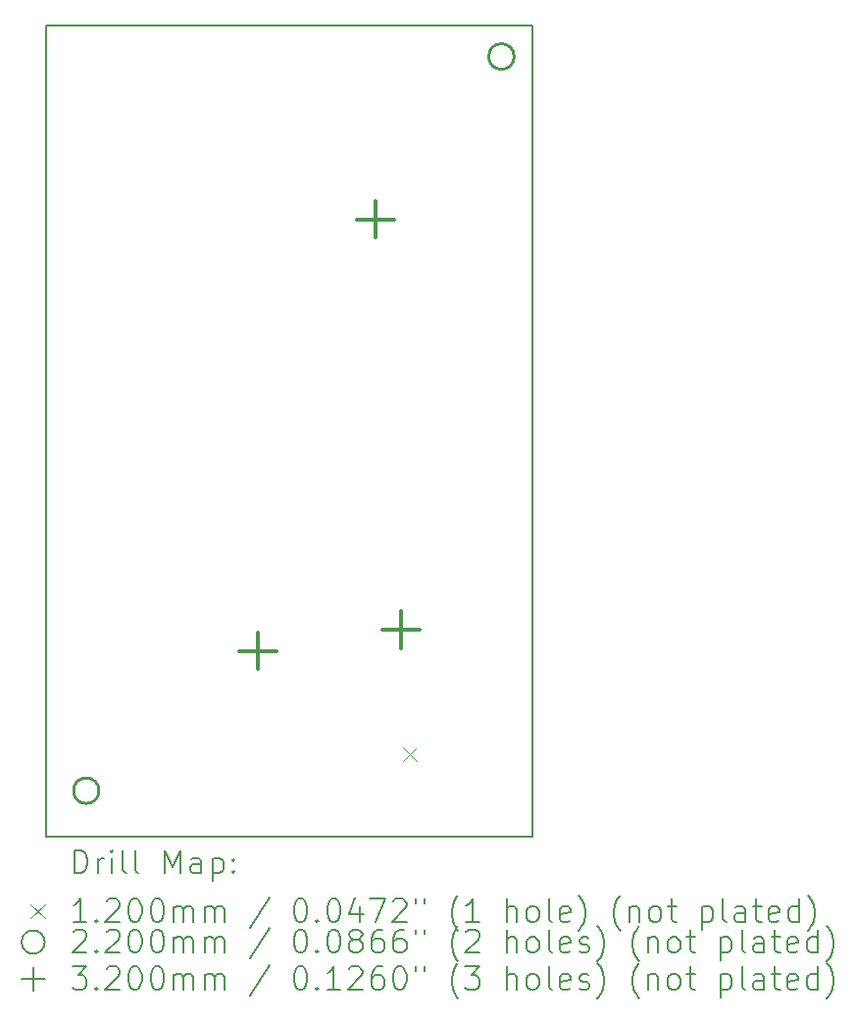
<source format=gbr>
%TF.GenerationSoftware,KiCad,Pcbnew,(6.0.9)*%
%TF.CreationDate,2023-02-20T20:31:01+03:00*%
%TF.ProjectId,ESP32_APRS,45535033-325f-4415-9052-532e6b696361,rev?*%
%TF.SameCoordinates,Original*%
%TF.FileFunction,Drillmap*%
%TF.FilePolarity,Positive*%
%FSLAX45Y45*%
G04 Gerber Fmt 4.5, Leading zero omitted, Abs format (unit mm)*
G04 Created by KiCad (PCBNEW (6.0.9)) date 2023-02-20 20:31:01*
%MOMM*%
%LPD*%
G01*
G04 APERTURE LIST*
%ADD10C,0.200000*%
%ADD11C,0.120000*%
%ADD12C,0.220000*%
%ADD13C,0.320000*%
G04 APERTURE END LIST*
D10*
X12000000Y-12500000D02*
X12000000Y-5500000D01*
X12000000Y-5500000D02*
X16200000Y-5500000D01*
X12000000Y-12500000D02*
X16200000Y-12500000D01*
X16205200Y-5500000D02*
X16200000Y-12500000D01*
D11*
X15085000Y-11733500D02*
X15205000Y-11853500D01*
X15205000Y-11733500D02*
X15085000Y-11853500D01*
D12*
X12459000Y-12108000D02*
G75*
G03*
X12459000Y-12108000I-110000J0D01*
G01*
X16044000Y-5770000D02*
G75*
G03*
X16044000Y-5770000I-110000J0D01*
G01*
D13*
X13828000Y-10740000D02*
X13828000Y-11060000D01*
X13668000Y-10900000D02*
X13988000Y-10900000D01*
X14846000Y-7015000D02*
X14846000Y-7335000D01*
X14686000Y-7175000D02*
X15006000Y-7175000D01*
X15067000Y-10561000D02*
X15067000Y-10881000D01*
X14907000Y-10721000D02*
X15227000Y-10721000D01*
D10*
X12247619Y-12820476D02*
X12247619Y-12620476D01*
X12295238Y-12620476D01*
X12323809Y-12630000D01*
X12342857Y-12649048D01*
X12352381Y-12668095D01*
X12361905Y-12706190D01*
X12361905Y-12734762D01*
X12352381Y-12772857D01*
X12342857Y-12791905D01*
X12323809Y-12810952D01*
X12295238Y-12820476D01*
X12247619Y-12820476D01*
X12447619Y-12820476D02*
X12447619Y-12687143D01*
X12447619Y-12725238D02*
X12457143Y-12706190D01*
X12466667Y-12696667D01*
X12485714Y-12687143D01*
X12504762Y-12687143D01*
X12571428Y-12820476D02*
X12571428Y-12687143D01*
X12571428Y-12620476D02*
X12561905Y-12630000D01*
X12571428Y-12639524D01*
X12580952Y-12630000D01*
X12571428Y-12620476D01*
X12571428Y-12639524D01*
X12695238Y-12820476D02*
X12676190Y-12810952D01*
X12666667Y-12791905D01*
X12666667Y-12620476D01*
X12800000Y-12820476D02*
X12780952Y-12810952D01*
X12771428Y-12791905D01*
X12771428Y-12620476D01*
X13028571Y-12820476D02*
X13028571Y-12620476D01*
X13095238Y-12763333D01*
X13161905Y-12620476D01*
X13161905Y-12820476D01*
X13342857Y-12820476D02*
X13342857Y-12715714D01*
X13333333Y-12696667D01*
X13314286Y-12687143D01*
X13276190Y-12687143D01*
X13257143Y-12696667D01*
X13342857Y-12810952D02*
X13323809Y-12820476D01*
X13276190Y-12820476D01*
X13257143Y-12810952D01*
X13247619Y-12791905D01*
X13247619Y-12772857D01*
X13257143Y-12753809D01*
X13276190Y-12744286D01*
X13323809Y-12744286D01*
X13342857Y-12734762D01*
X13438095Y-12687143D02*
X13438095Y-12887143D01*
X13438095Y-12696667D02*
X13457143Y-12687143D01*
X13495238Y-12687143D01*
X13514286Y-12696667D01*
X13523809Y-12706190D01*
X13533333Y-12725238D01*
X13533333Y-12782381D01*
X13523809Y-12801428D01*
X13514286Y-12810952D01*
X13495238Y-12820476D01*
X13457143Y-12820476D01*
X13438095Y-12810952D01*
X13619048Y-12801428D02*
X13628571Y-12810952D01*
X13619048Y-12820476D01*
X13609524Y-12810952D01*
X13619048Y-12801428D01*
X13619048Y-12820476D01*
X13619048Y-12696667D02*
X13628571Y-12706190D01*
X13619048Y-12715714D01*
X13609524Y-12706190D01*
X13619048Y-12696667D01*
X13619048Y-12715714D01*
D11*
X11870000Y-13090000D02*
X11990000Y-13210000D01*
X11990000Y-13090000D02*
X11870000Y-13210000D01*
D10*
X12352381Y-13240476D02*
X12238095Y-13240476D01*
X12295238Y-13240476D02*
X12295238Y-13040476D01*
X12276190Y-13069048D01*
X12257143Y-13088095D01*
X12238095Y-13097619D01*
X12438095Y-13221428D02*
X12447619Y-13230952D01*
X12438095Y-13240476D01*
X12428571Y-13230952D01*
X12438095Y-13221428D01*
X12438095Y-13240476D01*
X12523809Y-13059524D02*
X12533333Y-13050000D01*
X12552381Y-13040476D01*
X12600000Y-13040476D01*
X12619048Y-13050000D01*
X12628571Y-13059524D01*
X12638095Y-13078571D01*
X12638095Y-13097619D01*
X12628571Y-13126190D01*
X12514286Y-13240476D01*
X12638095Y-13240476D01*
X12761905Y-13040476D02*
X12780952Y-13040476D01*
X12800000Y-13050000D01*
X12809524Y-13059524D01*
X12819048Y-13078571D01*
X12828571Y-13116667D01*
X12828571Y-13164286D01*
X12819048Y-13202381D01*
X12809524Y-13221428D01*
X12800000Y-13230952D01*
X12780952Y-13240476D01*
X12761905Y-13240476D01*
X12742857Y-13230952D01*
X12733333Y-13221428D01*
X12723809Y-13202381D01*
X12714286Y-13164286D01*
X12714286Y-13116667D01*
X12723809Y-13078571D01*
X12733333Y-13059524D01*
X12742857Y-13050000D01*
X12761905Y-13040476D01*
X12952381Y-13040476D02*
X12971428Y-13040476D01*
X12990476Y-13050000D01*
X13000000Y-13059524D01*
X13009524Y-13078571D01*
X13019048Y-13116667D01*
X13019048Y-13164286D01*
X13009524Y-13202381D01*
X13000000Y-13221428D01*
X12990476Y-13230952D01*
X12971428Y-13240476D01*
X12952381Y-13240476D01*
X12933333Y-13230952D01*
X12923809Y-13221428D01*
X12914286Y-13202381D01*
X12904762Y-13164286D01*
X12904762Y-13116667D01*
X12914286Y-13078571D01*
X12923809Y-13059524D01*
X12933333Y-13050000D01*
X12952381Y-13040476D01*
X13104762Y-13240476D02*
X13104762Y-13107143D01*
X13104762Y-13126190D02*
X13114286Y-13116667D01*
X13133333Y-13107143D01*
X13161905Y-13107143D01*
X13180952Y-13116667D01*
X13190476Y-13135714D01*
X13190476Y-13240476D01*
X13190476Y-13135714D02*
X13200000Y-13116667D01*
X13219048Y-13107143D01*
X13247619Y-13107143D01*
X13266667Y-13116667D01*
X13276190Y-13135714D01*
X13276190Y-13240476D01*
X13371428Y-13240476D02*
X13371428Y-13107143D01*
X13371428Y-13126190D02*
X13380952Y-13116667D01*
X13400000Y-13107143D01*
X13428571Y-13107143D01*
X13447619Y-13116667D01*
X13457143Y-13135714D01*
X13457143Y-13240476D01*
X13457143Y-13135714D02*
X13466667Y-13116667D01*
X13485714Y-13107143D01*
X13514286Y-13107143D01*
X13533333Y-13116667D01*
X13542857Y-13135714D01*
X13542857Y-13240476D01*
X13933333Y-13030952D02*
X13761905Y-13288095D01*
X14190476Y-13040476D02*
X14209524Y-13040476D01*
X14228571Y-13050000D01*
X14238095Y-13059524D01*
X14247619Y-13078571D01*
X14257143Y-13116667D01*
X14257143Y-13164286D01*
X14247619Y-13202381D01*
X14238095Y-13221428D01*
X14228571Y-13230952D01*
X14209524Y-13240476D01*
X14190476Y-13240476D01*
X14171428Y-13230952D01*
X14161905Y-13221428D01*
X14152381Y-13202381D01*
X14142857Y-13164286D01*
X14142857Y-13116667D01*
X14152381Y-13078571D01*
X14161905Y-13059524D01*
X14171428Y-13050000D01*
X14190476Y-13040476D01*
X14342857Y-13221428D02*
X14352381Y-13230952D01*
X14342857Y-13240476D01*
X14333333Y-13230952D01*
X14342857Y-13221428D01*
X14342857Y-13240476D01*
X14476190Y-13040476D02*
X14495238Y-13040476D01*
X14514286Y-13050000D01*
X14523809Y-13059524D01*
X14533333Y-13078571D01*
X14542857Y-13116667D01*
X14542857Y-13164286D01*
X14533333Y-13202381D01*
X14523809Y-13221428D01*
X14514286Y-13230952D01*
X14495238Y-13240476D01*
X14476190Y-13240476D01*
X14457143Y-13230952D01*
X14447619Y-13221428D01*
X14438095Y-13202381D01*
X14428571Y-13164286D01*
X14428571Y-13116667D01*
X14438095Y-13078571D01*
X14447619Y-13059524D01*
X14457143Y-13050000D01*
X14476190Y-13040476D01*
X14714286Y-13107143D02*
X14714286Y-13240476D01*
X14666667Y-13030952D02*
X14619048Y-13173809D01*
X14742857Y-13173809D01*
X14800000Y-13040476D02*
X14933333Y-13040476D01*
X14847619Y-13240476D01*
X15000000Y-13059524D02*
X15009524Y-13050000D01*
X15028571Y-13040476D01*
X15076190Y-13040476D01*
X15095238Y-13050000D01*
X15104762Y-13059524D01*
X15114286Y-13078571D01*
X15114286Y-13097619D01*
X15104762Y-13126190D01*
X14990476Y-13240476D01*
X15114286Y-13240476D01*
X15190476Y-13040476D02*
X15190476Y-13078571D01*
X15266667Y-13040476D02*
X15266667Y-13078571D01*
X15561905Y-13316667D02*
X15552381Y-13307143D01*
X15533333Y-13278571D01*
X15523809Y-13259524D01*
X15514286Y-13230952D01*
X15504762Y-13183333D01*
X15504762Y-13145238D01*
X15514286Y-13097619D01*
X15523809Y-13069048D01*
X15533333Y-13050000D01*
X15552381Y-13021428D01*
X15561905Y-13011905D01*
X15742857Y-13240476D02*
X15628571Y-13240476D01*
X15685714Y-13240476D02*
X15685714Y-13040476D01*
X15666667Y-13069048D01*
X15647619Y-13088095D01*
X15628571Y-13097619D01*
X15980952Y-13240476D02*
X15980952Y-13040476D01*
X16066667Y-13240476D02*
X16066667Y-13135714D01*
X16057143Y-13116667D01*
X16038095Y-13107143D01*
X16009524Y-13107143D01*
X15990476Y-13116667D01*
X15980952Y-13126190D01*
X16190476Y-13240476D02*
X16171428Y-13230952D01*
X16161905Y-13221428D01*
X16152381Y-13202381D01*
X16152381Y-13145238D01*
X16161905Y-13126190D01*
X16171428Y-13116667D01*
X16190476Y-13107143D01*
X16219048Y-13107143D01*
X16238095Y-13116667D01*
X16247619Y-13126190D01*
X16257143Y-13145238D01*
X16257143Y-13202381D01*
X16247619Y-13221428D01*
X16238095Y-13230952D01*
X16219048Y-13240476D01*
X16190476Y-13240476D01*
X16371428Y-13240476D02*
X16352381Y-13230952D01*
X16342857Y-13211905D01*
X16342857Y-13040476D01*
X16523809Y-13230952D02*
X16504762Y-13240476D01*
X16466667Y-13240476D01*
X16447619Y-13230952D01*
X16438095Y-13211905D01*
X16438095Y-13135714D01*
X16447619Y-13116667D01*
X16466667Y-13107143D01*
X16504762Y-13107143D01*
X16523809Y-13116667D01*
X16533333Y-13135714D01*
X16533333Y-13154762D01*
X16438095Y-13173809D01*
X16600000Y-13316667D02*
X16609524Y-13307143D01*
X16628571Y-13278571D01*
X16638095Y-13259524D01*
X16647619Y-13230952D01*
X16657143Y-13183333D01*
X16657143Y-13145238D01*
X16647619Y-13097619D01*
X16638095Y-13069048D01*
X16628571Y-13050000D01*
X16609524Y-13021428D01*
X16600000Y-13011905D01*
X16961905Y-13316667D02*
X16952381Y-13307143D01*
X16933333Y-13278571D01*
X16923810Y-13259524D01*
X16914286Y-13230952D01*
X16904762Y-13183333D01*
X16904762Y-13145238D01*
X16914286Y-13097619D01*
X16923810Y-13069048D01*
X16933333Y-13050000D01*
X16952381Y-13021428D01*
X16961905Y-13011905D01*
X17038095Y-13107143D02*
X17038095Y-13240476D01*
X17038095Y-13126190D02*
X17047619Y-13116667D01*
X17066667Y-13107143D01*
X17095238Y-13107143D01*
X17114286Y-13116667D01*
X17123810Y-13135714D01*
X17123810Y-13240476D01*
X17247619Y-13240476D02*
X17228571Y-13230952D01*
X17219048Y-13221428D01*
X17209524Y-13202381D01*
X17209524Y-13145238D01*
X17219048Y-13126190D01*
X17228571Y-13116667D01*
X17247619Y-13107143D01*
X17276190Y-13107143D01*
X17295238Y-13116667D01*
X17304762Y-13126190D01*
X17314286Y-13145238D01*
X17314286Y-13202381D01*
X17304762Y-13221428D01*
X17295238Y-13230952D01*
X17276190Y-13240476D01*
X17247619Y-13240476D01*
X17371429Y-13107143D02*
X17447619Y-13107143D01*
X17400000Y-13040476D02*
X17400000Y-13211905D01*
X17409524Y-13230952D01*
X17428571Y-13240476D01*
X17447619Y-13240476D01*
X17666667Y-13107143D02*
X17666667Y-13307143D01*
X17666667Y-13116667D02*
X17685714Y-13107143D01*
X17723810Y-13107143D01*
X17742857Y-13116667D01*
X17752381Y-13126190D01*
X17761905Y-13145238D01*
X17761905Y-13202381D01*
X17752381Y-13221428D01*
X17742857Y-13230952D01*
X17723810Y-13240476D01*
X17685714Y-13240476D01*
X17666667Y-13230952D01*
X17876190Y-13240476D02*
X17857143Y-13230952D01*
X17847619Y-13211905D01*
X17847619Y-13040476D01*
X18038095Y-13240476D02*
X18038095Y-13135714D01*
X18028571Y-13116667D01*
X18009524Y-13107143D01*
X17971429Y-13107143D01*
X17952381Y-13116667D01*
X18038095Y-13230952D02*
X18019048Y-13240476D01*
X17971429Y-13240476D01*
X17952381Y-13230952D01*
X17942857Y-13211905D01*
X17942857Y-13192857D01*
X17952381Y-13173809D01*
X17971429Y-13164286D01*
X18019048Y-13164286D01*
X18038095Y-13154762D01*
X18104762Y-13107143D02*
X18180952Y-13107143D01*
X18133333Y-13040476D02*
X18133333Y-13211905D01*
X18142857Y-13230952D01*
X18161905Y-13240476D01*
X18180952Y-13240476D01*
X18323810Y-13230952D02*
X18304762Y-13240476D01*
X18266667Y-13240476D01*
X18247619Y-13230952D01*
X18238095Y-13211905D01*
X18238095Y-13135714D01*
X18247619Y-13116667D01*
X18266667Y-13107143D01*
X18304762Y-13107143D01*
X18323810Y-13116667D01*
X18333333Y-13135714D01*
X18333333Y-13154762D01*
X18238095Y-13173809D01*
X18504762Y-13240476D02*
X18504762Y-13040476D01*
X18504762Y-13230952D02*
X18485714Y-13240476D01*
X18447619Y-13240476D01*
X18428571Y-13230952D01*
X18419048Y-13221428D01*
X18409524Y-13202381D01*
X18409524Y-13145238D01*
X18419048Y-13126190D01*
X18428571Y-13116667D01*
X18447619Y-13107143D01*
X18485714Y-13107143D01*
X18504762Y-13116667D01*
X18580952Y-13316667D02*
X18590476Y-13307143D01*
X18609524Y-13278571D01*
X18619048Y-13259524D01*
X18628571Y-13230952D01*
X18638095Y-13183333D01*
X18638095Y-13145238D01*
X18628571Y-13097619D01*
X18619048Y-13069048D01*
X18609524Y-13050000D01*
X18590476Y-13021428D01*
X18580952Y-13011905D01*
X11990000Y-13414000D02*
G75*
G03*
X11990000Y-13414000I-100000J0D01*
G01*
X12238095Y-13323524D02*
X12247619Y-13314000D01*
X12266667Y-13304476D01*
X12314286Y-13304476D01*
X12333333Y-13314000D01*
X12342857Y-13323524D01*
X12352381Y-13342571D01*
X12352381Y-13361619D01*
X12342857Y-13390190D01*
X12228571Y-13504476D01*
X12352381Y-13504476D01*
X12438095Y-13485428D02*
X12447619Y-13494952D01*
X12438095Y-13504476D01*
X12428571Y-13494952D01*
X12438095Y-13485428D01*
X12438095Y-13504476D01*
X12523809Y-13323524D02*
X12533333Y-13314000D01*
X12552381Y-13304476D01*
X12600000Y-13304476D01*
X12619048Y-13314000D01*
X12628571Y-13323524D01*
X12638095Y-13342571D01*
X12638095Y-13361619D01*
X12628571Y-13390190D01*
X12514286Y-13504476D01*
X12638095Y-13504476D01*
X12761905Y-13304476D02*
X12780952Y-13304476D01*
X12800000Y-13314000D01*
X12809524Y-13323524D01*
X12819048Y-13342571D01*
X12828571Y-13380667D01*
X12828571Y-13428286D01*
X12819048Y-13466381D01*
X12809524Y-13485428D01*
X12800000Y-13494952D01*
X12780952Y-13504476D01*
X12761905Y-13504476D01*
X12742857Y-13494952D01*
X12733333Y-13485428D01*
X12723809Y-13466381D01*
X12714286Y-13428286D01*
X12714286Y-13380667D01*
X12723809Y-13342571D01*
X12733333Y-13323524D01*
X12742857Y-13314000D01*
X12761905Y-13304476D01*
X12952381Y-13304476D02*
X12971428Y-13304476D01*
X12990476Y-13314000D01*
X13000000Y-13323524D01*
X13009524Y-13342571D01*
X13019048Y-13380667D01*
X13019048Y-13428286D01*
X13009524Y-13466381D01*
X13000000Y-13485428D01*
X12990476Y-13494952D01*
X12971428Y-13504476D01*
X12952381Y-13504476D01*
X12933333Y-13494952D01*
X12923809Y-13485428D01*
X12914286Y-13466381D01*
X12904762Y-13428286D01*
X12904762Y-13380667D01*
X12914286Y-13342571D01*
X12923809Y-13323524D01*
X12933333Y-13314000D01*
X12952381Y-13304476D01*
X13104762Y-13504476D02*
X13104762Y-13371143D01*
X13104762Y-13390190D02*
X13114286Y-13380667D01*
X13133333Y-13371143D01*
X13161905Y-13371143D01*
X13180952Y-13380667D01*
X13190476Y-13399714D01*
X13190476Y-13504476D01*
X13190476Y-13399714D02*
X13200000Y-13380667D01*
X13219048Y-13371143D01*
X13247619Y-13371143D01*
X13266667Y-13380667D01*
X13276190Y-13399714D01*
X13276190Y-13504476D01*
X13371428Y-13504476D02*
X13371428Y-13371143D01*
X13371428Y-13390190D02*
X13380952Y-13380667D01*
X13400000Y-13371143D01*
X13428571Y-13371143D01*
X13447619Y-13380667D01*
X13457143Y-13399714D01*
X13457143Y-13504476D01*
X13457143Y-13399714D02*
X13466667Y-13380667D01*
X13485714Y-13371143D01*
X13514286Y-13371143D01*
X13533333Y-13380667D01*
X13542857Y-13399714D01*
X13542857Y-13504476D01*
X13933333Y-13294952D02*
X13761905Y-13552095D01*
X14190476Y-13304476D02*
X14209524Y-13304476D01*
X14228571Y-13314000D01*
X14238095Y-13323524D01*
X14247619Y-13342571D01*
X14257143Y-13380667D01*
X14257143Y-13428286D01*
X14247619Y-13466381D01*
X14238095Y-13485428D01*
X14228571Y-13494952D01*
X14209524Y-13504476D01*
X14190476Y-13504476D01*
X14171428Y-13494952D01*
X14161905Y-13485428D01*
X14152381Y-13466381D01*
X14142857Y-13428286D01*
X14142857Y-13380667D01*
X14152381Y-13342571D01*
X14161905Y-13323524D01*
X14171428Y-13314000D01*
X14190476Y-13304476D01*
X14342857Y-13485428D02*
X14352381Y-13494952D01*
X14342857Y-13504476D01*
X14333333Y-13494952D01*
X14342857Y-13485428D01*
X14342857Y-13504476D01*
X14476190Y-13304476D02*
X14495238Y-13304476D01*
X14514286Y-13314000D01*
X14523809Y-13323524D01*
X14533333Y-13342571D01*
X14542857Y-13380667D01*
X14542857Y-13428286D01*
X14533333Y-13466381D01*
X14523809Y-13485428D01*
X14514286Y-13494952D01*
X14495238Y-13504476D01*
X14476190Y-13504476D01*
X14457143Y-13494952D01*
X14447619Y-13485428D01*
X14438095Y-13466381D01*
X14428571Y-13428286D01*
X14428571Y-13380667D01*
X14438095Y-13342571D01*
X14447619Y-13323524D01*
X14457143Y-13314000D01*
X14476190Y-13304476D01*
X14657143Y-13390190D02*
X14638095Y-13380667D01*
X14628571Y-13371143D01*
X14619048Y-13352095D01*
X14619048Y-13342571D01*
X14628571Y-13323524D01*
X14638095Y-13314000D01*
X14657143Y-13304476D01*
X14695238Y-13304476D01*
X14714286Y-13314000D01*
X14723809Y-13323524D01*
X14733333Y-13342571D01*
X14733333Y-13352095D01*
X14723809Y-13371143D01*
X14714286Y-13380667D01*
X14695238Y-13390190D01*
X14657143Y-13390190D01*
X14638095Y-13399714D01*
X14628571Y-13409238D01*
X14619048Y-13428286D01*
X14619048Y-13466381D01*
X14628571Y-13485428D01*
X14638095Y-13494952D01*
X14657143Y-13504476D01*
X14695238Y-13504476D01*
X14714286Y-13494952D01*
X14723809Y-13485428D01*
X14733333Y-13466381D01*
X14733333Y-13428286D01*
X14723809Y-13409238D01*
X14714286Y-13399714D01*
X14695238Y-13390190D01*
X14904762Y-13304476D02*
X14866667Y-13304476D01*
X14847619Y-13314000D01*
X14838095Y-13323524D01*
X14819048Y-13352095D01*
X14809524Y-13390190D01*
X14809524Y-13466381D01*
X14819048Y-13485428D01*
X14828571Y-13494952D01*
X14847619Y-13504476D01*
X14885714Y-13504476D01*
X14904762Y-13494952D01*
X14914286Y-13485428D01*
X14923809Y-13466381D01*
X14923809Y-13418762D01*
X14914286Y-13399714D01*
X14904762Y-13390190D01*
X14885714Y-13380667D01*
X14847619Y-13380667D01*
X14828571Y-13390190D01*
X14819048Y-13399714D01*
X14809524Y-13418762D01*
X15095238Y-13304476D02*
X15057143Y-13304476D01*
X15038095Y-13314000D01*
X15028571Y-13323524D01*
X15009524Y-13352095D01*
X15000000Y-13390190D01*
X15000000Y-13466381D01*
X15009524Y-13485428D01*
X15019048Y-13494952D01*
X15038095Y-13504476D01*
X15076190Y-13504476D01*
X15095238Y-13494952D01*
X15104762Y-13485428D01*
X15114286Y-13466381D01*
X15114286Y-13418762D01*
X15104762Y-13399714D01*
X15095238Y-13390190D01*
X15076190Y-13380667D01*
X15038095Y-13380667D01*
X15019048Y-13390190D01*
X15009524Y-13399714D01*
X15000000Y-13418762D01*
X15190476Y-13304476D02*
X15190476Y-13342571D01*
X15266667Y-13304476D02*
X15266667Y-13342571D01*
X15561905Y-13580667D02*
X15552381Y-13571143D01*
X15533333Y-13542571D01*
X15523809Y-13523524D01*
X15514286Y-13494952D01*
X15504762Y-13447333D01*
X15504762Y-13409238D01*
X15514286Y-13361619D01*
X15523809Y-13333048D01*
X15533333Y-13314000D01*
X15552381Y-13285428D01*
X15561905Y-13275905D01*
X15628571Y-13323524D02*
X15638095Y-13314000D01*
X15657143Y-13304476D01*
X15704762Y-13304476D01*
X15723809Y-13314000D01*
X15733333Y-13323524D01*
X15742857Y-13342571D01*
X15742857Y-13361619D01*
X15733333Y-13390190D01*
X15619048Y-13504476D01*
X15742857Y-13504476D01*
X15980952Y-13504476D02*
X15980952Y-13304476D01*
X16066667Y-13504476D02*
X16066667Y-13399714D01*
X16057143Y-13380667D01*
X16038095Y-13371143D01*
X16009524Y-13371143D01*
X15990476Y-13380667D01*
X15980952Y-13390190D01*
X16190476Y-13504476D02*
X16171428Y-13494952D01*
X16161905Y-13485428D01*
X16152381Y-13466381D01*
X16152381Y-13409238D01*
X16161905Y-13390190D01*
X16171428Y-13380667D01*
X16190476Y-13371143D01*
X16219048Y-13371143D01*
X16238095Y-13380667D01*
X16247619Y-13390190D01*
X16257143Y-13409238D01*
X16257143Y-13466381D01*
X16247619Y-13485428D01*
X16238095Y-13494952D01*
X16219048Y-13504476D01*
X16190476Y-13504476D01*
X16371428Y-13504476D02*
X16352381Y-13494952D01*
X16342857Y-13475905D01*
X16342857Y-13304476D01*
X16523809Y-13494952D02*
X16504762Y-13504476D01*
X16466667Y-13504476D01*
X16447619Y-13494952D01*
X16438095Y-13475905D01*
X16438095Y-13399714D01*
X16447619Y-13380667D01*
X16466667Y-13371143D01*
X16504762Y-13371143D01*
X16523809Y-13380667D01*
X16533333Y-13399714D01*
X16533333Y-13418762D01*
X16438095Y-13437809D01*
X16609524Y-13494952D02*
X16628571Y-13504476D01*
X16666667Y-13504476D01*
X16685714Y-13494952D01*
X16695238Y-13475905D01*
X16695238Y-13466381D01*
X16685714Y-13447333D01*
X16666667Y-13437809D01*
X16638095Y-13437809D01*
X16619048Y-13428286D01*
X16609524Y-13409238D01*
X16609524Y-13399714D01*
X16619048Y-13380667D01*
X16638095Y-13371143D01*
X16666667Y-13371143D01*
X16685714Y-13380667D01*
X16761905Y-13580667D02*
X16771428Y-13571143D01*
X16790476Y-13542571D01*
X16800000Y-13523524D01*
X16809524Y-13494952D01*
X16819048Y-13447333D01*
X16819048Y-13409238D01*
X16809524Y-13361619D01*
X16800000Y-13333048D01*
X16790476Y-13314000D01*
X16771428Y-13285428D01*
X16761905Y-13275905D01*
X17123810Y-13580667D02*
X17114286Y-13571143D01*
X17095238Y-13542571D01*
X17085714Y-13523524D01*
X17076190Y-13494952D01*
X17066667Y-13447333D01*
X17066667Y-13409238D01*
X17076190Y-13361619D01*
X17085714Y-13333048D01*
X17095238Y-13314000D01*
X17114286Y-13285428D01*
X17123810Y-13275905D01*
X17200000Y-13371143D02*
X17200000Y-13504476D01*
X17200000Y-13390190D02*
X17209524Y-13380667D01*
X17228571Y-13371143D01*
X17257143Y-13371143D01*
X17276190Y-13380667D01*
X17285714Y-13399714D01*
X17285714Y-13504476D01*
X17409524Y-13504476D02*
X17390476Y-13494952D01*
X17380952Y-13485428D01*
X17371429Y-13466381D01*
X17371429Y-13409238D01*
X17380952Y-13390190D01*
X17390476Y-13380667D01*
X17409524Y-13371143D01*
X17438095Y-13371143D01*
X17457143Y-13380667D01*
X17466667Y-13390190D01*
X17476190Y-13409238D01*
X17476190Y-13466381D01*
X17466667Y-13485428D01*
X17457143Y-13494952D01*
X17438095Y-13504476D01*
X17409524Y-13504476D01*
X17533333Y-13371143D02*
X17609524Y-13371143D01*
X17561905Y-13304476D02*
X17561905Y-13475905D01*
X17571429Y-13494952D01*
X17590476Y-13504476D01*
X17609524Y-13504476D01*
X17828571Y-13371143D02*
X17828571Y-13571143D01*
X17828571Y-13380667D02*
X17847619Y-13371143D01*
X17885714Y-13371143D01*
X17904762Y-13380667D01*
X17914286Y-13390190D01*
X17923810Y-13409238D01*
X17923810Y-13466381D01*
X17914286Y-13485428D01*
X17904762Y-13494952D01*
X17885714Y-13504476D01*
X17847619Y-13504476D01*
X17828571Y-13494952D01*
X18038095Y-13504476D02*
X18019048Y-13494952D01*
X18009524Y-13475905D01*
X18009524Y-13304476D01*
X18200000Y-13504476D02*
X18200000Y-13399714D01*
X18190476Y-13380667D01*
X18171429Y-13371143D01*
X18133333Y-13371143D01*
X18114286Y-13380667D01*
X18200000Y-13494952D02*
X18180952Y-13504476D01*
X18133333Y-13504476D01*
X18114286Y-13494952D01*
X18104762Y-13475905D01*
X18104762Y-13456857D01*
X18114286Y-13437809D01*
X18133333Y-13428286D01*
X18180952Y-13428286D01*
X18200000Y-13418762D01*
X18266667Y-13371143D02*
X18342857Y-13371143D01*
X18295238Y-13304476D02*
X18295238Y-13475905D01*
X18304762Y-13494952D01*
X18323810Y-13504476D01*
X18342857Y-13504476D01*
X18485714Y-13494952D02*
X18466667Y-13504476D01*
X18428571Y-13504476D01*
X18409524Y-13494952D01*
X18400000Y-13475905D01*
X18400000Y-13399714D01*
X18409524Y-13380667D01*
X18428571Y-13371143D01*
X18466667Y-13371143D01*
X18485714Y-13380667D01*
X18495238Y-13399714D01*
X18495238Y-13418762D01*
X18400000Y-13437809D01*
X18666667Y-13504476D02*
X18666667Y-13304476D01*
X18666667Y-13494952D02*
X18647619Y-13504476D01*
X18609524Y-13504476D01*
X18590476Y-13494952D01*
X18580952Y-13485428D01*
X18571429Y-13466381D01*
X18571429Y-13409238D01*
X18580952Y-13390190D01*
X18590476Y-13380667D01*
X18609524Y-13371143D01*
X18647619Y-13371143D01*
X18666667Y-13380667D01*
X18742857Y-13580667D02*
X18752381Y-13571143D01*
X18771429Y-13542571D01*
X18780952Y-13523524D01*
X18790476Y-13494952D01*
X18800000Y-13447333D01*
X18800000Y-13409238D01*
X18790476Y-13361619D01*
X18780952Y-13333048D01*
X18771429Y-13314000D01*
X18752381Y-13285428D01*
X18742857Y-13275905D01*
X11890000Y-13634000D02*
X11890000Y-13834000D01*
X11790000Y-13734000D02*
X11990000Y-13734000D01*
X12228571Y-13624476D02*
X12352381Y-13624476D01*
X12285714Y-13700667D01*
X12314286Y-13700667D01*
X12333333Y-13710190D01*
X12342857Y-13719714D01*
X12352381Y-13738762D01*
X12352381Y-13786381D01*
X12342857Y-13805428D01*
X12333333Y-13814952D01*
X12314286Y-13824476D01*
X12257143Y-13824476D01*
X12238095Y-13814952D01*
X12228571Y-13805428D01*
X12438095Y-13805428D02*
X12447619Y-13814952D01*
X12438095Y-13824476D01*
X12428571Y-13814952D01*
X12438095Y-13805428D01*
X12438095Y-13824476D01*
X12523809Y-13643524D02*
X12533333Y-13634000D01*
X12552381Y-13624476D01*
X12600000Y-13624476D01*
X12619048Y-13634000D01*
X12628571Y-13643524D01*
X12638095Y-13662571D01*
X12638095Y-13681619D01*
X12628571Y-13710190D01*
X12514286Y-13824476D01*
X12638095Y-13824476D01*
X12761905Y-13624476D02*
X12780952Y-13624476D01*
X12800000Y-13634000D01*
X12809524Y-13643524D01*
X12819048Y-13662571D01*
X12828571Y-13700667D01*
X12828571Y-13748286D01*
X12819048Y-13786381D01*
X12809524Y-13805428D01*
X12800000Y-13814952D01*
X12780952Y-13824476D01*
X12761905Y-13824476D01*
X12742857Y-13814952D01*
X12733333Y-13805428D01*
X12723809Y-13786381D01*
X12714286Y-13748286D01*
X12714286Y-13700667D01*
X12723809Y-13662571D01*
X12733333Y-13643524D01*
X12742857Y-13634000D01*
X12761905Y-13624476D01*
X12952381Y-13624476D02*
X12971428Y-13624476D01*
X12990476Y-13634000D01*
X13000000Y-13643524D01*
X13009524Y-13662571D01*
X13019048Y-13700667D01*
X13019048Y-13748286D01*
X13009524Y-13786381D01*
X13000000Y-13805428D01*
X12990476Y-13814952D01*
X12971428Y-13824476D01*
X12952381Y-13824476D01*
X12933333Y-13814952D01*
X12923809Y-13805428D01*
X12914286Y-13786381D01*
X12904762Y-13748286D01*
X12904762Y-13700667D01*
X12914286Y-13662571D01*
X12923809Y-13643524D01*
X12933333Y-13634000D01*
X12952381Y-13624476D01*
X13104762Y-13824476D02*
X13104762Y-13691143D01*
X13104762Y-13710190D02*
X13114286Y-13700667D01*
X13133333Y-13691143D01*
X13161905Y-13691143D01*
X13180952Y-13700667D01*
X13190476Y-13719714D01*
X13190476Y-13824476D01*
X13190476Y-13719714D02*
X13200000Y-13700667D01*
X13219048Y-13691143D01*
X13247619Y-13691143D01*
X13266667Y-13700667D01*
X13276190Y-13719714D01*
X13276190Y-13824476D01*
X13371428Y-13824476D02*
X13371428Y-13691143D01*
X13371428Y-13710190D02*
X13380952Y-13700667D01*
X13400000Y-13691143D01*
X13428571Y-13691143D01*
X13447619Y-13700667D01*
X13457143Y-13719714D01*
X13457143Y-13824476D01*
X13457143Y-13719714D02*
X13466667Y-13700667D01*
X13485714Y-13691143D01*
X13514286Y-13691143D01*
X13533333Y-13700667D01*
X13542857Y-13719714D01*
X13542857Y-13824476D01*
X13933333Y-13614952D02*
X13761905Y-13872095D01*
X14190476Y-13624476D02*
X14209524Y-13624476D01*
X14228571Y-13634000D01*
X14238095Y-13643524D01*
X14247619Y-13662571D01*
X14257143Y-13700667D01*
X14257143Y-13748286D01*
X14247619Y-13786381D01*
X14238095Y-13805428D01*
X14228571Y-13814952D01*
X14209524Y-13824476D01*
X14190476Y-13824476D01*
X14171428Y-13814952D01*
X14161905Y-13805428D01*
X14152381Y-13786381D01*
X14142857Y-13748286D01*
X14142857Y-13700667D01*
X14152381Y-13662571D01*
X14161905Y-13643524D01*
X14171428Y-13634000D01*
X14190476Y-13624476D01*
X14342857Y-13805428D02*
X14352381Y-13814952D01*
X14342857Y-13824476D01*
X14333333Y-13814952D01*
X14342857Y-13805428D01*
X14342857Y-13824476D01*
X14542857Y-13824476D02*
X14428571Y-13824476D01*
X14485714Y-13824476D02*
X14485714Y-13624476D01*
X14466667Y-13653048D01*
X14447619Y-13672095D01*
X14428571Y-13681619D01*
X14619048Y-13643524D02*
X14628571Y-13634000D01*
X14647619Y-13624476D01*
X14695238Y-13624476D01*
X14714286Y-13634000D01*
X14723809Y-13643524D01*
X14733333Y-13662571D01*
X14733333Y-13681619D01*
X14723809Y-13710190D01*
X14609524Y-13824476D01*
X14733333Y-13824476D01*
X14904762Y-13624476D02*
X14866667Y-13624476D01*
X14847619Y-13634000D01*
X14838095Y-13643524D01*
X14819048Y-13672095D01*
X14809524Y-13710190D01*
X14809524Y-13786381D01*
X14819048Y-13805428D01*
X14828571Y-13814952D01*
X14847619Y-13824476D01*
X14885714Y-13824476D01*
X14904762Y-13814952D01*
X14914286Y-13805428D01*
X14923809Y-13786381D01*
X14923809Y-13738762D01*
X14914286Y-13719714D01*
X14904762Y-13710190D01*
X14885714Y-13700667D01*
X14847619Y-13700667D01*
X14828571Y-13710190D01*
X14819048Y-13719714D01*
X14809524Y-13738762D01*
X15047619Y-13624476D02*
X15066667Y-13624476D01*
X15085714Y-13634000D01*
X15095238Y-13643524D01*
X15104762Y-13662571D01*
X15114286Y-13700667D01*
X15114286Y-13748286D01*
X15104762Y-13786381D01*
X15095238Y-13805428D01*
X15085714Y-13814952D01*
X15066667Y-13824476D01*
X15047619Y-13824476D01*
X15028571Y-13814952D01*
X15019048Y-13805428D01*
X15009524Y-13786381D01*
X15000000Y-13748286D01*
X15000000Y-13700667D01*
X15009524Y-13662571D01*
X15019048Y-13643524D01*
X15028571Y-13634000D01*
X15047619Y-13624476D01*
X15190476Y-13624476D02*
X15190476Y-13662571D01*
X15266667Y-13624476D02*
X15266667Y-13662571D01*
X15561905Y-13900667D02*
X15552381Y-13891143D01*
X15533333Y-13862571D01*
X15523809Y-13843524D01*
X15514286Y-13814952D01*
X15504762Y-13767333D01*
X15504762Y-13729238D01*
X15514286Y-13681619D01*
X15523809Y-13653048D01*
X15533333Y-13634000D01*
X15552381Y-13605428D01*
X15561905Y-13595905D01*
X15619048Y-13624476D02*
X15742857Y-13624476D01*
X15676190Y-13700667D01*
X15704762Y-13700667D01*
X15723809Y-13710190D01*
X15733333Y-13719714D01*
X15742857Y-13738762D01*
X15742857Y-13786381D01*
X15733333Y-13805428D01*
X15723809Y-13814952D01*
X15704762Y-13824476D01*
X15647619Y-13824476D01*
X15628571Y-13814952D01*
X15619048Y-13805428D01*
X15980952Y-13824476D02*
X15980952Y-13624476D01*
X16066667Y-13824476D02*
X16066667Y-13719714D01*
X16057143Y-13700667D01*
X16038095Y-13691143D01*
X16009524Y-13691143D01*
X15990476Y-13700667D01*
X15980952Y-13710190D01*
X16190476Y-13824476D02*
X16171428Y-13814952D01*
X16161905Y-13805428D01*
X16152381Y-13786381D01*
X16152381Y-13729238D01*
X16161905Y-13710190D01*
X16171428Y-13700667D01*
X16190476Y-13691143D01*
X16219048Y-13691143D01*
X16238095Y-13700667D01*
X16247619Y-13710190D01*
X16257143Y-13729238D01*
X16257143Y-13786381D01*
X16247619Y-13805428D01*
X16238095Y-13814952D01*
X16219048Y-13824476D01*
X16190476Y-13824476D01*
X16371428Y-13824476D02*
X16352381Y-13814952D01*
X16342857Y-13795905D01*
X16342857Y-13624476D01*
X16523809Y-13814952D02*
X16504762Y-13824476D01*
X16466667Y-13824476D01*
X16447619Y-13814952D01*
X16438095Y-13795905D01*
X16438095Y-13719714D01*
X16447619Y-13700667D01*
X16466667Y-13691143D01*
X16504762Y-13691143D01*
X16523809Y-13700667D01*
X16533333Y-13719714D01*
X16533333Y-13738762D01*
X16438095Y-13757809D01*
X16609524Y-13814952D02*
X16628571Y-13824476D01*
X16666667Y-13824476D01*
X16685714Y-13814952D01*
X16695238Y-13795905D01*
X16695238Y-13786381D01*
X16685714Y-13767333D01*
X16666667Y-13757809D01*
X16638095Y-13757809D01*
X16619048Y-13748286D01*
X16609524Y-13729238D01*
X16609524Y-13719714D01*
X16619048Y-13700667D01*
X16638095Y-13691143D01*
X16666667Y-13691143D01*
X16685714Y-13700667D01*
X16761905Y-13900667D02*
X16771428Y-13891143D01*
X16790476Y-13862571D01*
X16800000Y-13843524D01*
X16809524Y-13814952D01*
X16819048Y-13767333D01*
X16819048Y-13729238D01*
X16809524Y-13681619D01*
X16800000Y-13653048D01*
X16790476Y-13634000D01*
X16771428Y-13605428D01*
X16761905Y-13595905D01*
X17123810Y-13900667D02*
X17114286Y-13891143D01*
X17095238Y-13862571D01*
X17085714Y-13843524D01*
X17076190Y-13814952D01*
X17066667Y-13767333D01*
X17066667Y-13729238D01*
X17076190Y-13681619D01*
X17085714Y-13653048D01*
X17095238Y-13634000D01*
X17114286Y-13605428D01*
X17123810Y-13595905D01*
X17200000Y-13691143D02*
X17200000Y-13824476D01*
X17200000Y-13710190D02*
X17209524Y-13700667D01*
X17228571Y-13691143D01*
X17257143Y-13691143D01*
X17276190Y-13700667D01*
X17285714Y-13719714D01*
X17285714Y-13824476D01*
X17409524Y-13824476D02*
X17390476Y-13814952D01*
X17380952Y-13805428D01*
X17371429Y-13786381D01*
X17371429Y-13729238D01*
X17380952Y-13710190D01*
X17390476Y-13700667D01*
X17409524Y-13691143D01*
X17438095Y-13691143D01*
X17457143Y-13700667D01*
X17466667Y-13710190D01*
X17476190Y-13729238D01*
X17476190Y-13786381D01*
X17466667Y-13805428D01*
X17457143Y-13814952D01*
X17438095Y-13824476D01*
X17409524Y-13824476D01*
X17533333Y-13691143D02*
X17609524Y-13691143D01*
X17561905Y-13624476D02*
X17561905Y-13795905D01*
X17571429Y-13814952D01*
X17590476Y-13824476D01*
X17609524Y-13824476D01*
X17828571Y-13691143D02*
X17828571Y-13891143D01*
X17828571Y-13700667D02*
X17847619Y-13691143D01*
X17885714Y-13691143D01*
X17904762Y-13700667D01*
X17914286Y-13710190D01*
X17923810Y-13729238D01*
X17923810Y-13786381D01*
X17914286Y-13805428D01*
X17904762Y-13814952D01*
X17885714Y-13824476D01*
X17847619Y-13824476D01*
X17828571Y-13814952D01*
X18038095Y-13824476D02*
X18019048Y-13814952D01*
X18009524Y-13795905D01*
X18009524Y-13624476D01*
X18200000Y-13824476D02*
X18200000Y-13719714D01*
X18190476Y-13700667D01*
X18171429Y-13691143D01*
X18133333Y-13691143D01*
X18114286Y-13700667D01*
X18200000Y-13814952D02*
X18180952Y-13824476D01*
X18133333Y-13824476D01*
X18114286Y-13814952D01*
X18104762Y-13795905D01*
X18104762Y-13776857D01*
X18114286Y-13757809D01*
X18133333Y-13748286D01*
X18180952Y-13748286D01*
X18200000Y-13738762D01*
X18266667Y-13691143D02*
X18342857Y-13691143D01*
X18295238Y-13624476D02*
X18295238Y-13795905D01*
X18304762Y-13814952D01*
X18323810Y-13824476D01*
X18342857Y-13824476D01*
X18485714Y-13814952D02*
X18466667Y-13824476D01*
X18428571Y-13824476D01*
X18409524Y-13814952D01*
X18400000Y-13795905D01*
X18400000Y-13719714D01*
X18409524Y-13700667D01*
X18428571Y-13691143D01*
X18466667Y-13691143D01*
X18485714Y-13700667D01*
X18495238Y-13719714D01*
X18495238Y-13738762D01*
X18400000Y-13757809D01*
X18666667Y-13824476D02*
X18666667Y-13624476D01*
X18666667Y-13814952D02*
X18647619Y-13824476D01*
X18609524Y-13824476D01*
X18590476Y-13814952D01*
X18580952Y-13805428D01*
X18571429Y-13786381D01*
X18571429Y-13729238D01*
X18580952Y-13710190D01*
X18590476Y-13700667D01*
X18609524Y-13691143D01*
X18647619Y-13691143D01*
X18666667Y-13700667D01*
X18742857Y-13900667D02*
X18752381Y-13891143D01*
X18771429Y-13862571D01*
X18780952Y-13843524D01*
X18790476Y-13814952D01*
X18800000Y-13767333D01*
X18800000Y-13729238D01*
X18790476Y-13681619D01*
X18780952Y-13653048D01*
X18771429Y-13634000D01*
X18752381Y-13605428D01*
X18742857Y-13595905D01*
M02*

</source>
